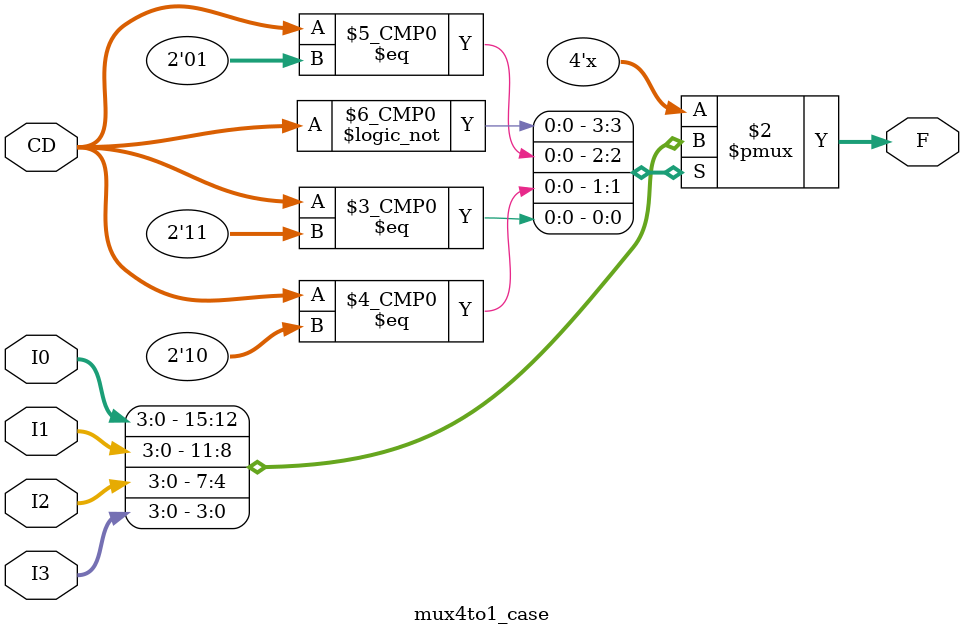
<source format=v>
module mux4to1_case(input [3:0] I0, input [3:0] I1, input [3:0] I2, input [3:0] I3, input [1:0] CD, output reg [3:0] F);

    always @(I0 or I1 or I2 or I3 or CD) 
    begin
        case(CD)
            2'b00 : #10 F <= I0;
            2'b01 : #10 F <= I1;
            2'b10 : #10 F <= I2;
            2'b11 : #10 F <= I3;
        endcase
    end

endmodule
</source>
